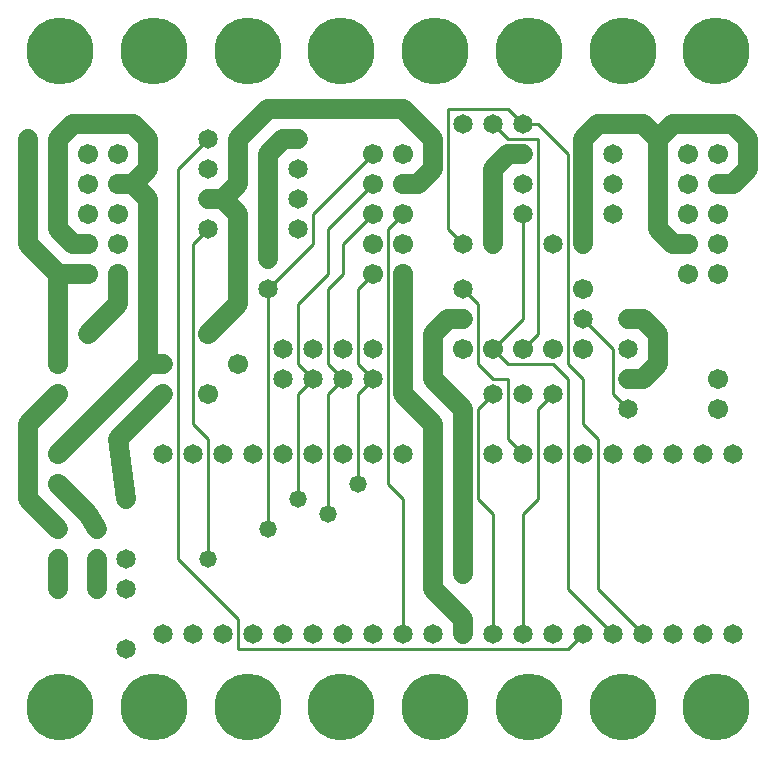
<source format=gtl>
%MOIN*%
%FSLAX25Y25*%
G04 D10 used for Character Trace; *
G04     Circle (OD=.01000) (No hole)*
G04 D11 used for Power Trace; *
G04     Circle (OD=.06500) (No hole)*
G04 D12 used for Signal Trace; *
G04     Circle (OD=.01100) (No hole)*
G04 D13 used for Via; *
G04     Circle (OD=.05800) (Round. Hole ID=.02800)*
G04 D14 used for Component hole; *
G04     Circle (OD=.06500) (Round. Hole ID=.03500)*
G04 D15 used for Component hole; *
G04     Circle (OD=.06700) (Round. Hole ID=.04300)*
G04 D16 used for Component hole; *
G04     Circle (OD=.08100) (Round. Hole ID=.05100)*
G04 D17 used for Component hole; *
G04     Circle (OD=.08900) (Round. Hole ID=.05900)*
G04 D18 used for Component hole; *
G04     Circle (OD=.11300) (Round. Hole ID=.08300)*
G04 D19 used for Component hole; *
G04     Circle (OD=.16000) (Round. Hole ID=.13000)*
G04 D20 used for Component hole; *
G04     Circle (OD=.18300) (Round. Hole ID=.15300)*
G04 D21 used for Component hole; *
G04     Circle (OD=.22291) (Round. Hole ID=.19291)*
%ADD10C,.01000*%
%ADD11C,.06500*%
%ADD12C,.01100*%
%ADD13C,.05800*%
%ADD14C,.06500*%
%ADD15C,.06700*%
%ADD16C,.08100*%
%ADD17C,.08900*%
%ADD18C,.11300*%
%ADD19C,.16000*%
%ADD20C,.18300*%
%ADD21C,.22291*%
%IPPOS*%
%LPD*%
G90*X0Y0D02*D21*X15625Y15625D03*D14*              
X37500Y35000D03*D21*X46875Y15625D03*D14*          
X50000Y40000D03*X37500Y55000D03*X28000D03*D11*    
Y65000D01*D14*D03*X15000Y75000D03*D11*            
X5000Y85000D01*Y110000D01*X15000Y120000D01*D15*   
D03*Y130000D03*D11*Y160000D01*X25000D01*D15*D03*  
D11*Y140000D02*X35000Y150000D01*D13*              
X25000Y140000D03*D11*X35000Y150000D02*Y160000D01* 
D15*D03*X25000Y170000D03*D11*X20000D01*           
X15000Y175000D01*Y205000D01*X20000Y210000D01*     
X40000D01*X45000Y205000D01*Y195000D01*            
X40000Y190000D01*X45000Y185000D01*Y130000D01*     
X15000Y100000D01*D15*D03*Y90000D03*D11*           
X25000Y80000D01*X28000Y75000D01*D14*D03*          
X37500Y65000D03*Y85000D03*D11*X35000Y105000D01*   
X50000Y120000D01*D14*D03*D12*X65000Y105000D02*    
X60000Y110000D01*X65000Y65000D02*Y105000D01*D13*  
Y65000D03*D12*X75000Y45000D02*X55000Y65000D01*    
X75000Y35000D02*Y45000D01*Y35000D02*X185000D01*   
X190000Y40000D01*D14*D03*X200000D03*D12*          
X185000Y55000D01*Y125000D01*X180000Y130000D01*    
X165000D01*X160000Y135000D01*D15*D03*D12*         
X170000Y145000D01*Y180000D01*D14*D03*             
X180000Y170000D03*X160000D03*D11*Y195000D01*      
X165000Y200000D01*X170000D01*D14*D03*D12*         
X175000Y140000D02*Y205000D01*X170000Y135000D02*   
X175000Y140000D01*D15*X170000Y135000D03*D12*      
X160000Y125000D02*X165000D01*Y105000D01*          
X170000Y100000D01*D14*D03*X180000D03*X160000D03*  
D12*X155000Y85000D02*Y115000D01*X160000Y80000D02* 
X155000Y85000D01*X160000Y40000D02*Y80000D01*D14*  
Y40000D03*D11*X150000D02*Y45000D01*D14*Y40000D03* 
D11*Y45000D02*X140000Y55000D01*Y100000D01*D14*D03*
D11*Y110000D01*X130000Y120000D01*Y125000D01*D14*  
D03*D11*Y160000D01*D15*D03*X120000Y170000D03*     
X130000D03*X120000Y160000D03*D12*                 
X115000Y155000D01*Y130000D01*X120000Y125000D01*   
D14*D03*D12*X115000Y120000D01*Y90000D01*D13*D03*  
X105000Y80000D03*D12*Y120000D01*X110000Y125000D01*
D14*D03*D12*X105000Y130000D01*Y155000D01*         
X110000Y160000D01*Y170000D01*X120000Y180000D01*   
D15*D03*D12*X125000Y90000D02*Y175000D01*          
X130000Y85000D02*X125000Y90000D01*                
X130000Y40000D02*Y85000D01*D14*Y40000D03*         
X140000D03*X120000D03*D13*X150000Y60000D03*D11*   
Y100000D01*D14*D03*D11*Y115000D01*                
X140000Y125000D01*D14*D03*D11*Y140000D01*         
X145000Y145000D01*X150000D01*D14*D03*D12*         
X155000Y130000D02*Y150000D01*X160000Y125000D02*   
X155000Y130000D01*D14*X160000Y120000D03*D12*      
X155000Y115000D01*D14*X170000Y120000D03*D12*      
X175000Y85000D02*Y115000D01*X170000Y80000D02*     
X175000Y85000D01*X170000Y40000D02*Y80000D01*D14*  
Y40000D03*X180000D03*D21*X171875Y15625D03*D12*    
X210000Y40000D02*X195000Y55000D01*D14*            
X210000Y40000D03*X220000D03*D12*X195000Y55000D02* 
Y105000D01*X190000Y110000D01*Y125000D01*          
X185000Y130000D01*Y200000D01*X175000Y210000D01*   
X170000D01*D14*D03*D12*X165000Y215000D01*         
X145000D01*Y175000D01*X150000Y170000D01*D14*D03*  
Y155000D03*D12*X155000Y150000D01*D15*             
X150000Y135000D03*X180000D03*D12*                 
X125000Y175000D02*X130000Y180000D01*D15*D03*      
X120000Y190000D03*D12*X105000Y175000D01*          
Y160000D01*X95000Y150000D01*Y130000D01*           
X100000Y125000D01*D14*D03*D12*X95000Y120000D01*   
Y85000D01*D13*D03*X85000Y75000D03*D12*Y155000D01* 
D14*D03*D12*X100000Y170000D01*Y180000D01*         
X120000Y200000D01*D15*D03*X130000Y190000D03*D11*  
X135000D01*X140000Y195000D01*Y205000D01*          
X130000Y215000D01*X85000D01*X75000Y205000D01*     
Y190000D01*X70000Y185000D01*X75000Y180000D01*     
Y165000D01*D14*D03*D11*Y155000D01*D14*D03*D11*    
Y150000D01*X65000Y140000D01*D15*D03*              
X75000Y130000D03*D14*X50000D03*D11*X45000D01*D15* 
X65000Y120000D03*D12*X60000Y110000D02*Y170000D01* 
X65000Y175000D01*D14*D03*D11*Y185000D02*X70000D01*
D14*X65000D03*D12*X55000Y65000D02*Y195000D01*D14* 
X80000Y40000D03*X60000D03*X70000D03*              
X90000Y100000D03*Y40000D03*X80000Y100000D03*      
X70000D03*X60000D03*X50000D03*X15000Y65000D03*D11*
Y55000D01*D14*D03*D21*X78125Y15625D03*D14*        
X90000Y125000D03*Y135000D03*X100000Y40000D03*     
Y100000D03*Y135000D03*D21*X109375Y15625D03*D14*   
X110000Y40000D03*Y100000D03*Y135000D03*D11*       
X15000Y160000D02*X5000Y170000D01*Y205000D01*D13*  
D03*D15*X25000Y190000D03*Y200000D03*Y180000D03*   
X35000D03*Y190000D03*D11*X40000D01*D15*           
X35000Y200000D03*D12*X55000Y195000D02*            
X65000Y205000D01*D14*D03*Y195000D03*D11*          
X85000Y165000D02*Y200000D01*D14*Y165000D03*       
X95000Y175000D03*Y185000D03*Y195000D03*           
X120000Y135000D03*D11*X85000Y200000D02*           
X90000Y205000D01*X95000D01*D14*D03*D21*           
X109375Y234375D03*X78125D03*D15*X130000Y200000D03*
D21*X140625Y234375D03*X46875D03*D14*              
X150000Y210000D03*D15*X35000Y170000D03*D14*       
X160000Y210000D03*D12*X165000Y205000D01*          
X175000D01*D14*X170000Y190000D03*D11*             
X190000Y170000D02*Y205000D01*D14*Y170000D03*      
X200000Y180000D03*D15*X190000Y155000D03*D14*      
X200000Y190000D03*X190000Y145000D03*D12*          
X200000Y135000D01*Y120000D01*X205000Y115000D01*   
D14*D03*D11*Y125000D02*X210000D01*D14*X205000D03* 
D11*X210000D02*X215000Y130000D01*Y140000D01*      
X210000Y145000D01*X205000D01*D14*D03*Y135000D03*  
D15*X190000D03*X225000Y160000D03*D14*             
X180000Y120000D03*D12*X175000Y115000D01*D14*      
X190000Y100000D03*X200000D03*X210000D03*          
X220000D03*X130000D03*D15*X225000Y170000D03*D11*  
X220000D01*X215000Y175000D01*Y205000D01*          
X220000Y210000D01*X240000D01*X245000Y205000D01*   
Y195000D01*X240000Y190000D01*X235000D01*D15*D03*  
X225000Y200000D03*Y180000D03*X235000Y200000D03*   
X225000Y190000D03*X235000Y180000D03*D11*          
X215000Y205000D02*X210000Y210000D01*X200000D01*   
D14*D03*D11*X195000D01*X190000Y205000D01*D14*     
X200000Y200000D03*D21*X203125Y234375D03*          
X171875D03*D15*X235000Y160000D03*Y170000D03*D21*  
X234375Y234375D03*D15*X235000Y125000D03*          
Y115000D03*D14*X120000Y100000D03*X230000D03*      
X240000D03*X230000Y40000D03*X240000D03*D21*       
X15625Y234375D03*X140625Y15625D03*X203125D03*     
X234375D03*M02*                                   

</source>
